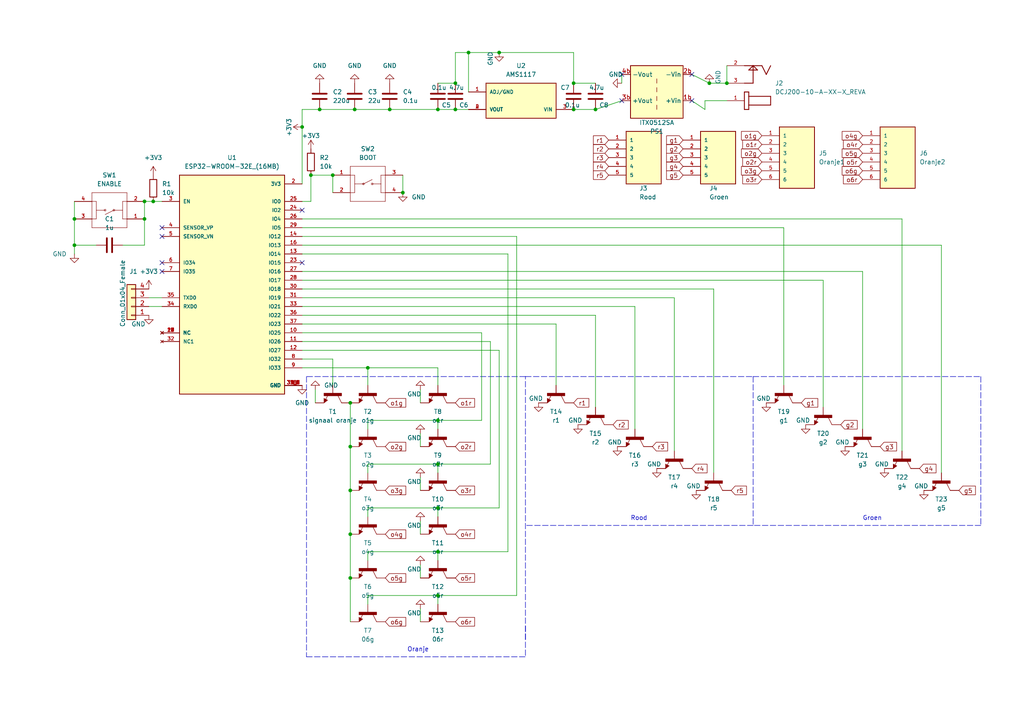
<source format=kicad_sch>
(kicad_sch (version 20211123) (generator eeschema)
  (paper "A4")
  (lib_symbols
    (symbol "1825910-6:1825910-6" (pin_names (offset 1.016) hide)
      (property "Reference" "SW" (at -5.08 5.842 0))
      (property "Value" "1825910-6" (at -5.08 -7.62 0))
      (symbol "1825910-6_0_0"
        (circle (center -1.27 0) (radius 0.254) (stroke (width 0.127)))
        (polyline (pts (xy -5.08 -5.08) (xy 5.08 -5.08)) (stroke (width 0.127)))
        (polyline (pts (xy -5.08 -2.54) (xy -5.08 -5.08)) (stroke (width 0.127)))
        (polyline (pts (xy -5.08 2.54) (xy -5.08 -2.54)) (stroke (width 0.127)))
        (polyline (pts (xy -5.08 2.54) (xy -3.81 2.54)) (stroke (width 0.127)))
        (polyline (pts (xy -5.08 5.08) (xy -5.08 2.54)) (stroke (width 0.127)))
        (polyline (pts (xy -5.08 5.08) (xy 5.08 5.08)) (stroke (width 0.127)))
        (polyline (pts (xy -3.81 -2.54) (xy -5.08 -2.54)) (stroke (width 0.127)))
        (polyline (pts (xy -3.81 0) (xy -3.81 -2.54)) (stroke (width 0.127)))
        (polyline (pts (xy -3.81 0) (xy -1.27 0)) (stroke (width 0.127)))
        (polyline (pts (xy -3.81 2.54) (xy -3.81 0)) (stroke (width 0.127)))
        (polyline (pts (xy -1.27 0) (xy 1.27 1.27)) (stroke (width 0.127)))
        (polyline (pts (xy 1.27 0) (xy 3.81 0)) (stroke (width 0.127)))
        (polyline (pts (xy 3.81 -2.54) (xy 5.08 -2.54)) (stroke (width 0.127)))
        (polyline (pts (xy 3.81 0) (xy 3.81 -2.54)) (stroke (width 0.127)))
        (polyline (pts (xy 3.81 0) (xy 3.81 2.54)) (stroke (width 0.127)))
        (polyline (pts (xy 3.81 2.54) (xy 5.08 2.54)) (stroke (width 0.127)))
        (polyline (pts (xy 5.08 -2.54) (xy 5.08 -5.08)) (stroke (width 0.127)))
        (polyline (pts (xy 5.08 2.54) (xy 5.08 -2.54)) (stroke (width 0.127)))
        (polyline (pts (xy 5.08 5.08) (xy 5.08 2.54)) (stroke (width 0.127)))
        (circle (center 1.27 0) (radius 0.254) (stroke (width 0.127)))
        (pin passive line (at -10.16 2.54 0) (length 5.08) (name "~") (number "1"))
        (pin passive line (at -10.16 -2.54 0) (length 5.08) (name "~") (number "2"))
        (pin passive line (at 10.16 2.54 180) (length 5.08) (name "~") (number "3"))
        (pin passive line (at 10.16 -2.54 180) (length 5.08) (name "~") (number "4"))
      )
    )
    (symbol "282841-5:282841-5" (pin_names (offset 1.016))
      (property "Reference" "J" (at -5.588 7.62 0))
      (property "Value" "282841-5" (at -5.08 -10.16 0))
      (symbol "282841-5_0_0"
        (rectangle (start -5.08 -7.62) (end 5.08 7.62) (stroke (width 0.254)) (fill (type background)))
        (pin passive line (at -10.16 5.08 0) (length 5.08) (name "1") (number "1"))
        (pin passive line (at -10.16 2.54 0) (length 5.08) (name "2") (number "2"))
        (pin passive line (at -10.16 0 0) (length 5.08) (name "3") (number "3"))
        (pin passive line (at -10.16 -2.54 0) (length 5.08) (name "4") (number "4"))
        (pin passive line (at -10.16 -5.08 0) (length 5.08) (name "5") (number "5"))
      )
    )
    (symbol "282841-6:282841-6" (pin_names (offset 1.016))
      (property "Reference" "J" (at -5.588 10.16 0))
      (property "Value" "282841-6" (at -5.08 -10.16 0))
      (symbol "282841-6_0_0"
        (rectangle (start -5.08 -7.62) (end 5.08 10.16) (stroke (width 0.254)) (fill (type background)))
        (pin passive line (at -10.16 7.62 0) (length 5.08) (name "1") (number "1"))
        (pin passive line (at -10.16 5.08 0) (length 5.08) (name "2") (number "2"))
        (pin passive line (at -10.16 2.54 0) (length 5.08) (name "3") (number "3"))
        (pin passive line (at -10.16 0 0) (length 5.08) (name "4") (number "4"))
        (pin passive line (at -10.16 -2.54 0) (length 5.08) (name "5") (number "5"))
        (pin passive line (at -10.16 -5.08 0) (length 5.08) (name "6") (number "6"))
      )
    )
    (symbol "AMS1117:AMS1117" (pin_names (offset 1.016))
      (property "Reference" "U" (at -10.16 5.588 0))
      (property "Value" "AMS1117" (at -10.16 -8.128 0))
      (symbol "AMS1117_0_0"
        (rectangle (start -10.16 -5.08) (end 10.16 5.08) (stroke (width 0.254)) (fill (type background)))
        (pin power_in line (at 15.24 -2.54 180) (length 5.08) (name "ADJ/GND") (number "1"))
        (pin output line (at 15.24 2.54 180) (length 5.08) (name "VOUT") (number "2"))
        (pin input line (at -15.24 2.54 0) (length 5.08) (name "VIN") (number "3"))
        (pin output line (at 15.24 2.54 180) (length 5.08) (name "VOUT") (number "4"))
      )
    )
    (symbol "BC848:BC848" (pin_numbers hide) (pin_names (offset 1.016) hide)
      (property "Reference" "T" (at -10.1854 7.6454 0))
      (property "Value" "BC848" (at -10.16 5.08 0))
      (symbol "BC848_0_0"
        (rectangle (start -0.254 -2.54) (end 0.508 2.54) (fill (type outline)))
        (polyline (pts (xy 1.27 -2.54) (xy 1.778 -1.524)) (stroke (width 0.1524)))
        (polyline (pts (xy 1.524 -2.413) (xy 2.286 -2.413)) (stroke (width 0.254)))
        (polyline (pts (xy 1.524 -2.286) (xy 1.905 -2.286)) (stroke (width 0.254)))
        (polyline (pts (xy 1.5494 -2.032) (xy 0.3048 -1.4224)) (stroke (width 0.1524)))
        (polyline (pts (xy 1.778 -1.778) (xy 1.524 -2.286)) (stroke (width 0.254)))
        (polyline (pts (xy 1.778 -1.524) (xy 2.54 -2.54)) (stroke (width 0.1524)))
        (polyline (pts (xy 1.905 -2.286) (xy 1.778 -2.032)) (stroke (width 0.254)))
        (polyline (pts (xy 2.286 -2.413) (xy 1.778 -1.778)) (stroke (width 0.254)))
        (polyline (pts (xy 2.54 -2.54) (xy 1.27 -2.54)) (stroke (width 0.1524)))
        (polyline (pts (xy 2.54 2.54) (xy 0.508 1.524)) (stroke (width 0.1524)))
        (pin passive line (at -2.54 0 0) (length 2.54) (name "~") (number "1"))
        (pin passive line (at 2.54 -5.08 90) (length 2.54) (name "~") (number "2"))
        (pin passive line (at 2.54 5.08 270) (length 2.54) (name "~") (number "3"))
      )
    )
    (symbol "Connector_Generic:Conn_01x04" (pin_names (offset 1.016) hide)
      (property "Reference" "J" (at 0 5.08 0))
      (property "Value" "Conn_01x04" (at 0 -7.62 0))
      (symbol "Conn_01x04_1_1"
        (rectangle (start -1.27 -4.953) (end 0 -5.207) (stroke (width 0.1524)))
        (rectangle (start -1.27 -2.413) (end 0 -2.667) (stroke (width 0.1524)))
        (rectangle (start -1.27 0.127) (end 0 -0.127) (stroke (width 0.1524)))
        (rectangle (start -1.27 2.667) (end 0 2.413) (stroke (width 0.1524)))
        (rectangle (start -1.27 3.81) (end 1.27 -6.35) (stroke (width 0.254)) (fill (type background)))
        (pin passive line (at -5.08 2.54 0) (length 3.81) (name "Pin_1") (number "1"))
        (pin passive line (at -5.08 0 0) (length 3.81) (name "Pin_2") (number "2"))
        (pin passive line (at -5.08 -2.54 0) (length 3.81) (name "Pin_3") (number "3"))
        (pin passive line (at -5.08 -5.08 0) (length 3.81) (name "Pin_4") (number "4"))
      )
    )
    (symbol "Converter_DCDC:ITX0512SA"
      (property "Reference" "PS1" (at 0 11.43 0))
      (property "Value" "ITX0512SA" (at 0 8.89 0))
      (symbol "ITX0512SA_0_0"
        (pin power_in line (at -10.16 2.54 0) (length 2.54) (name "+Vin") (number "1b"))
        (pin power_in line (at -10.16 -5.08 0) (length 2.54) (name "-Vin") (number "2b"))
        (pin power_out line (at 10.16 2.54 180) (length 2.54) (name "+Vout") (number "3b"))
        (pin power_out line (at 10.16 -5.08 180) (length 2.54) (name "-Vout") (number "4b"))
      )
      (symbol "ITX0512SA_0_1"
        (rectangle (start -7.62 7.62) (end 7.62 -7.62) (stroke (width 0.254)) (fill (type background)))
        (polyline (pts (xy 0 -2.54) (xy 0 -3.81)))
        (polyline (pts (xy 0 0) (xy 0 -1.27)))
        (polyline (pts (xy 0 2.54) (xy 0 1.27)))
        (polyline (pts (xy 0 5.08) (xy 0 3.81)))
      )
    )
    (symbol "DCJ200-10-A-XX-X_REVA:DCJ200-10-A-XX-X_REVA" (pin_names (offset 1.016) hide)
      (property "Reference" "J" (at -5.08 7.62 0))
      (property "Value" "DCJ200-10-A-XX-X_REVA" (at -5.08 -7.62 0))
      (symbol "DCJ200-10-A-XX-X_REVA_0_0"
        (polyline (pts (xy -5.08 3.81) (xy 1.27 3.81)) (stroke (width 0.254)))
        (polyline (pts (xy -5.08 6.35) (xy -5.08 3.81)) (stroke (width 0.254)))
        (polyline (pts (xy -3.81 -2.54) (xy -5.08 -5.08)) (stroke (width 0.254)))
        (polyline (pts (xy -2.54 -5.08) (xy -3.81 -2.54)) (stroke (width 0.254)))
        (polyline (pts (xy -1.27 -3.81) (xy 1.27 -3.81)) (stroke (width 0.254)))
        (polyline (pts (xy 0 -5.08) (xy -2.54 -5.08)) (stroke (width 0.254)))
        (polyline (pts (xy 0 -5.08) (xy -1.27 -3.81)) (stroke (width 0.254)))
        (polyline (pts (xy 0 0) (xy 0 -5.08)) (stroke (width 0.254)))
        (polyline (pts (xy 1.27 -3.81) (xy 0 -5.08)) (stroke (width 0.254)))
        (polyline (pts (xy 1.27 2.54) (xy 2.54 2.54)) (stroke (width 0.254)))
        (polyline (pts (xy 1.27 3.81) (xy 1.27 2.54)) (stroke (width 0.254)))
        (polyline (pts (xy 1.27 6.35) (xy -5.08 6.35)) (stroke (width 0.254)))
        (polyline (pts (xy 1.27 6.35) (xy 1.27 3.81)) (stroke (width 0.254)))
        (polyline (pts (xy 1.27 7.62) (xy 1.27 6.35)) (stroke (width 0.254)))
        (polyline (pts (xy 2.54 -5.08) (xy 0 -5.08)) (stroke (width 0.254)))
        (polyline (pts (xy 2.54 0) (xy 0 0)) (stroke (width 0.254)))
        (polyline (pts (xy 2.54 2.54) (xy 2.54 7.62)) (stroke (width 0.254)))
        (polyline (pts (xy 2.54 7.62) (xy 1.27 7.62)) (stroke (width 0.254)))
        (pin passive line (at 7.62 5.08 180) (length 5.08) (name "~") (number "1"))
        (pin passive line (at 7.62 -5.08 180) (length 5.08) (name "~") (number "2"))
        (pin passive line (at 7.62 0 180) (length 5.08) (name "~") (number "3"))
      )
    )
    (symbol "Device:C" (pin_numbers hide) (pin_names (offset 0.254))
      (property "Reference" "C" (at 0.635 2.54 0))
      (property "Value" "C" (at 0.635 -2.54 0))
      (symbol "C_0_1"
        (polyline (pts (xy -2.032 -0.762) (xy 2.032 -0.762)) (stroke (width 0.508)))
        (polyline (pts (xy -2.032 0.762) (xy 2.032 0.762)) (stroke (width 0.508)))
      )
      (symbol "C_1_1"
        (pin passive line (at 0 3.81 270) (length 2.794) (name "~") (number "1"))
        (pin passive line (at 0 -3.81 90) (length 2.794) (name "~") (number "2"))
      )
    )
    (symbol "Device:R" (pin_numbers hide) (pin_names (offset 0))
      (property "Reference" "R" (at 2.032 0 90))
      (property "Value" "R" (at 0 0 90))
      (symbol "R_0_1"
        (rectangle (start -1.016 -2.54) (end 1.016 2.54) (stroke (width 0.254)))
      )
      (symbol "R_1_1"
        (pin passive line (at 0 3.81 270) (length 1.27) (name "~") (number "1"))
        (pin passive line (at 0 -3.81 90) (length 1.27) (name "~") (number "2"))
      )
    )
    (symbol "ESP32-WROOM-32E__16MB_:ESP32-WROOM-32E_(16MB)" (pin_names (offset 1.016))
      (property "Reference" "U" (at -15.24 33.909 0))
      (property "Value" "ESP32-WROOM-32E_(16MB)" (at -15.24 -33.02 0))
      (symbol "ESP32-WROOM-32E_(16MB)_0_0"
        (rectangle (start -15.24 -30.48) (end 15.24 33.02) (stroke (width 0.254)) (fill (type background)))
        (pin power_in line (at 20.32 -27.94 180) (length 5.08) (name "GND") (number "1"))
        (pin bidirectional line (at 20.32 -12.7 180) (length 5.08) (name "IO25") (number "10"))
        (pin bidirectional line (at 20.32 -15.24 180) (length 5.08) (name "IO26") (number "11"))
        (pin bidirectional line (at 20.32 -17.78 180) (length 5.08) (name "IO27") (number "12"))
        (pin bidirectional line (at 20.32 10.16 180) (length 5.08) (name "IO14") (number "13"))
        (pin bidirectional line (at 20.32 15.24 180) (length 5.08) (name "IO12") (number "14"))
        (pin power_in line (at 20.32 -27.94 180) (length 5.08) (name "GND") (number "15"))
        (pin bidirectional line (at 20.32 12.7 180) (length 5.08) (name "IO13") (number "16"))
        (pin no_connect line (at -20.32 -12.7 0) (length 5.08) (name "NC") (number "17"))
        (pin no_connect line (at -20.32 -12.7 0) (length 5.08) (name "NC") (number "18"))
        (pin no_connect line (at -20.32 -12.7 0) (length 5.08) (name "NC") (number "19"))
        (pin power_in line (at 20.32 30.48 180) (length 5.08) (name "3V3") (number "2"))
        (pin no_connect line (at -20.32 -12.7 0) (length 5.08) (name "NC") (number "20"))
        (pin no_connect line (at -20.32 -12.7 0) (length 5.08) (name "NC") (number "21"))
        (pin no_connect line (at -20.32 -12.7 0) (length 5.08) (name "NC") (number "22"))
        (pin bidirectional line (at 20.32 7.62 180) (length 5.08) (name "IO15") (number "23"))
        (pin bidirectional line (at 20.32 22.86 180) (length 5.08) (name "IO2") (number "24"))
        (pin bidirectional line (at 20.32 25.4 180) (length 5.08) (name "IO0") (number "25"))
        (pin bidirectional line (at 20.32 20.32 180) (length 5.08) (name "IO4") (number "26"))
        (pin bidirectional line (at 20.32 5.08 180) (length 5.08) (name "IO16") (number "27"))
        (pin bidirectional line (at 20.32 2.54 180) (length 5.08) (name "IO17") (number "28"))
        (pin bidirectional line (at 20.32 17.78 180) (length 5.08) (name "IO5") (number "29"))
        (pin input line (at -20.32 25.4 0) (length 5.08) (name "EN") (number "3"))
        (pin bidirectional line (at 20.32 0 180) (length 5.08) (name "IO18") (number "30"))
        (pin bidirectional line (at 20.32 -2.54 180) (length 5.08) (name "IO19") (number "31"))
        (pin no_connect line (at -20.32 -15.24 0) (length 5.08) (name "NC1") (number "32"))
        (pin bidirectional line (at 20.32 -5.08 180) (length 5.08) (name "IO21") (number "33"))
        (pin bidirectional line (at -20.32 -5.08 0) (length 5.08) (name "RXD0") (number "34"))
        (pin bidirectional line (at -20.32 -2.54 0) (length 5.08) (name "TXD0") (number "35"))
        (pin bidirectional line (at 20.32 -7.62 180) (length 5.08) (name "IO22") (number "36"))
        (pin bidirectional line (at 20.32 -10.16 180) (length 5.08) (name "IO23") (number "37"))
        (pin power_in line (at 20.32 -27.94 180) (length 5.08) (name "GND") (number "38"))
        (pin power_in line (at 20.32 -27.94 180) (length 5.08) (name "GND") (number "39_1"))
        (pin power_in line (at 20.32 -27.94 180) (length 5.08) (name "GND") (number "39_2"))
        (pin power_in line (at 20.32 -27.94 180) (length 5.08) (name "GND") (number "39_3"))
        (pin power_in line (at 20.32 -27.94 180) (length 5.08) (name "GND") (number "39_4"))
        (pin power_in line (at 20.32 -27.94 180) (length 5.08) (name "GND") (number "39_5"))
        (pin power_in line (at 20.32 -27.94 180) (length 5.08) (name "GND") (number "39_6"))
        (pin power_in line (at 20.32 -27.94 180) (length 5.08) (name "GND") (number "39_7"))
        (pin power_in line (at 20.32 -27.94 180) (length 5.08) (name "GND") (number "39_8"))
        (pin power_in line (at 20.32 -27.94 180) (length 5.08) (name "GND") (number "39_9"))
        (pin input line (at -20.32 17.78 0) (length 5.08) (name "SENSOR_VP") (number "4"))
        (pin input line (at -20.32 15.24 0) (length 5.08) (name "SENSOR_VN") (number "5"))
        (pin input line (at -20.32 7.62 0) (length 5.08) (name "IO34") (number "6"))
        (pin input line (at -20.32 5.08 0) (length 5.08) (name "IO35") (number "7"))
        (pin bidirectional line (at 20.32 -20.32 180) (length 5.08) (name "IO32") (number "8"))
        (pin bidirectional line (at 20.32 -22.86 180) (length 5.08) (name "IO33") (number "9"))
      )
    )
    (symbol "power:+3V3" (power) (pin_names (offset 0))
      (property "Value" "+3V3" (at 0 3.556 0))
      (symbol "+3V3_0_1"
        (polyline (pts (xy -0.762 1.27) (xy 0 2.54)))
        (polyline (pts (xy 0 0) (xy 0 2.54)))
        (polyline (pts (xy 0 2.54) (xy 0.762 1.27)))
      )
      (symbol "+3V3_1_1"
        (pin power_in line (at 0 0 90) (length 0) hide (name "+3V3") (number "1"))
      )
    )
    (symbol "power:GND" (power) (pin_names (offset 0))
      (property "Value" "GND" (at 0 -3.81 0))
      (symbol "GND_0_1"
        (polyline (pts (xy 0 0) (xy 0 -1.27) (xy 1.27 -1.27) (xy 0 -2.54) (xy -1.27 -1.27) (xy 0 -1.27)))
      )
      (symbol "GND_1_1"
        (pin power_in line (at 0 0 270) (length 0) hide (name "GND") (number "1"))
      )
    )
  )
  (junction (at 135.89 15.24))
  (junction (at 96.52 50.8))
  (junction (at 101.6 154.94))
  (junction (at 101.6 167.64))
  (junction (at 132.08 24.13))
  (junction (at 210.82 24.13))
  (junction (at 21.59 63.5))
  (junction (at 166.37 31.75))
  (junction (at 41.91 63.5))
  (junction (at 127 147.32))
  (junction (at 166.37 24.13))
  (junction (at 87.63 36.83))
  (junction (at 102.87 31.75))
  (junction (at 127 121.92))
  (junction (at 90.17 50.8))
  (junction (at 132.08 31.75))
  (junction (at 44.45 58.42))
  (junction (at 127 160.02))
  (junction (at 113.03 31.75))
  (junction (at 101.6 142.24))
  (junction (at 205.74 24.13))
  (junction (at 144.78 15.24))
  (junction (at 127 172.72))
  (junction (at 172.72 31.75))
  (junction (at 101.6 129.54))
  (junction (at 127 134.62))
  (junction (at 116.84 55.88))
  (junction (at 101.6 116.84))
  (junction (at 21.59 71.12))
  (junction (at 127 31.75))
  (junction (at 41.91 58.42))
  (junction (at 92.71 31.75))
  (junction (at 106.68 106.68))
  (no_connect (at 87.63 60.96))
  (no_connect (at 87.63 76.2))
  (no_connect (at 46.99 66.04))
  (no_connect (at 180.34 29.21))
  (no_connect (at 46.99 68.58))
  (no_connect (at 200.66 29.21))
  (no_connect (at 200.66 21.59))
  (no_connect (at 46.99 78.74))
  (no_connect (at 46.99 76.2))
  (no_connect (at 180.34 21.59))
  (wire (pts (xy 180.34 21.59) (xy 180.34 24.13)))
  (polyline (pts (xy 152.4 181.61) (xy 152.4 190.5)))
  (wire (pts (xy 139.7 96.52) (xy 139.7 121.92)))
  (wire (pts (xy 87.63 31.75) (xy 87.63 36.83)))
  (wire (pts (xy 101.6 142.24) (xy 101.6 154.94)))
  (polyline (pts (xy 152.4 185.42) (xy 152.4 109.22)))
  (wire (pts (xy 41.91 71.12) (xy 41.91 63.5)))
  (wire (pts (xy 238.76 81.28) (xy 87.63 81.28)))
  (wire (pts (xy 227.33 111.76) (xy 227.33 66.04)))
  (wire (pts (xy 116.84 50.8) (xy 116.84 55.88)))
  (wire (pts (xy 101.6 129.54) (xy 101.6 142.24)))
  (wire (pts (xy 43.18 86.36) (xy 46.99 86.36)))
  (wire (pts (xy 273.05 137.16) (xy 273.05 71.12)))
  (wire (pts (xy 127 147.32) (xy 144.78 147.32)))
  (wire (pts (xy 121.92 151.13) (xy 121.92 154.94)))
  (wire (pts (xy 127 111.76) (xy 127 106.68)))
  (polyline (pts (xy 284.48 152.4) (xy 218.44 152.4)))
  (wire (pts (xy 106.68 106.68) (xy 87.63 106.68)))
  (wire (pts (xy 261.62 63.5) (xy 87.63 63.5)))
  (wire (pts (xy 127 31.75) (xy 132.08 31.75)))
  (wire (pts (xy 106.68 149.86) (xy 106.68 147.32)))
  (wire (pts (xy 204.47 29.21) (xy 204.47 31.75)))
  (wire (pts (xy 121.92 138.43) (xy 121.92 142.24)))
  (wire (pts (xy 166.37 24.13) (xy 172.72 24.13)))
  (wire (pts (xy 121.92 163.83) (xy 121.92 167.64)))
  (wire (pts (xy 135.89 15.24) (xy 135.89 26.67)))
  (wire (pts (xy 261.62 130.81) (xy 261.62 63.5)))
  (wire (pts (xy 106.68 175.26) (xy 106.68 172.72)))
  (wire (pts (xy 144.78 101.6) (xy 144.78 147.32)))
  (wire (pts (xy 166.37 15.24) (xy 144.78 15.24)))
  (wire (pts (xy 127 121.92) (xy 139.7 121.92)))
  (wire (pts (xy 113.03 31.75) (xy 127 31.75)))
  (wire (pts (xy 91.44 113.03) (xy 91.44 116.84)))
  (wire (pts (xy 161.29 93.98) (xy 161.29 111.76)))
  (wire (pts (xy 106.68 162.56) (xy 106.68 160.02)))
  (wire (pts (xy 127 172.72) (xy 127 175.26)))
  (polyline (pts (xy 88.9 109.22) (xy 88.9 190.5)))
  (wire (pts (xy 227.33 66.04) (xy 87.63 66.04)))
  (wire (pts (xy 87.63 93.98) (xy 161.29 93.98)))
  (wire (pts (xy 101.6 116.84) (xy 101.6 129.54)))
  (wire (pts (xy 106.68 124.46) (xy 106.68 121.92)))
  (wire (pts (xy 135.89 15.24) (xy 132.08 15.24)))
  (wire (pts (xy 87.63 99.06) (xy 142.24 99.06)))
  (wire (pts (xy 147.32 73.66) (xy 147.32 160.02)))
  (wire (pts (xy 144.78 15.24) (xy 135.89 15.24)))
  (wire (pts (xy 21.59 71.12) (xy 27.94 71.12)))
  (wire (pts (xy 149.86 68.58) (xy 149.86 172.72)))
  (wire (pts (xy 87.63 101.6) (xy 144.78 101.6)))
  (wire (pts (xy 87.63 96.52) (xy 139.7 96.52)))
  (wire (pts (xy 273.05 71.12) (xy 87.63 71.12)))
  (wire (pts (xy 121.92 176.53) (xy 121.92 180.34)))
  (wire (pts (xy 207.01 137.16) (xy 207.01 83.82)))
  (wire (pts (xy 21.59 63.5) (xy 21.59 71.12)))
  (wire (pts (xy 87.63 31.75) (xy 92.71 31.75)))
  (wire (pts (xy 200.66 29.21) (xy 204.47 31.75)))
  (wire (pts (xy 102.87 31.75) (xy 113.03 31.75)))
  (wire (pts (xy 44.45 58.42) (xy 46.99 58.42)))
  (wire (pts (xy 41.91 58.42) (xy 44.45 58.42)))
  (wire (pts (xy 21.59 71.12) (xy 21.59 73.66)))
  (wire (pts (xy 250.19 78.74) (xy 87.63 78.74)))
  (wire (pts (xy 210.82 19.05) (xy 210.82 24.13)))
  (wire (pts (xy 207.01 83.82) (xy 87.63 83.82)))
  (wire (pts (xy 90.17 50.8) (xy 96.52 50.8)))
  (wire (pts (xy 195.58 130.81) (xy 195.58 86.36)))
  (wire (pts (xy 87.63 73.66) (xy 147.32 73.66)))
  (wire (pts (xy 127 24.13) (xy 132.08 24.13)))
  (wire (pts (xy 87.63 91.44) (xy 172.72 91.44)))
  (wire (pts (xy 127 121.92) (xy 127 124.46)))
  (wire (pts (xy 132.08 31.75) (xy 135.89 31.75)))
  (wire (pts (xy 106.68 137.16) (xy 106.68 134.62)))
  (polyline (pts (xy 152.4 109.22) (xy 218.44 109.22)))
  (wire (pts (xy 90.17 50.8) (xy 90.17 58.42)))
  (polyline (pts (xy 152.4 109.22) (xy 88.9 109.22)))
  (wire (pts (xy 121.92 113.03) (xy 121.92 116.84)))
  (wire (pts (xy 96.52 104.14) (xy 96.52 111.76)))
  (wire (pts (xy 106.68 147.32) (xy 127 147.32)))
  (wire (pts (xy 101.6 167.64) (xy 101.6 180.34)))
  (wire (pts (xy 184.15 88.9) (xy 87.63 88.9)))
  (wire (pts (xy 172.72 91.44) (xy 172.72 118.11)))
  (wire (pts (xy 238.76 118.11) (xy 238.76 81.28)))
  (wire (pts (xy 106.68 121.92) (xy 127 121.92)))
  (wire (pts (xy 106.68 160.02) (xy 127 160.02)))
  (wire (pts (xy 41.91 63.5) (xy 41.91 58.42)))
  (wire (pts (xy 127 106.68) (xy 106.68 106.68)))
  (polyline (pts (xy 284.48 109.22) (xy 284.48 152.4)))
  (wire (pts (xy 90.17 58.42) (xy 87.63 58.42)))
  (wire (pts (xy 106.68 134.62) (xy 127 134.62)))
  (wire (pts (xy 195.58 86.36) (xy 87.63 86.36)))
  (wire (pts (xy 127 134.62) (xy 127 137.16)))
  (wire (pts (xy 87.63 104.14) (xy 96.52 104.14)))
  (wire (pts (xy 121.92 125.73) (xy 121.92 129.54)))
  (wire (pts (xy 87.63 36.83) (xy 87.63 53.34)))
  (wire (pts (xy 21.59 63.5) (xy 21.59 58.42)))
  (wire (pts (xy 142.24 99.06) (xy 142.24 134.62)))
  (wire (pts (xy 101.6 154.94) (xy 101.6 167.64)))
  (wire (pts (xy 172.72 31.75) (xy 166.37 31.75)))
  (wire (pts (xy 43.18 88.9) (xy 46.99 88.9)))
  (wire (pts (xy 132.08 15.24) (xy 132.08 24.13)))
  (wire (pts (xy 127 160.02) (xy 127 162.56)))
  (polyline (pts (xy 218.44 109.22) (xy 218.44 152.4)))
  (polyline (pts (xy 218.44 109.22) (xy 284.48 109.22)))
  (wire (pts (xy 127 147.32) (xy 127 149.86)))
  (wire (pts (xy 35.56 71.12) (xy 41.91 71.12)))
  (wire (pts (xy 180.34 29.21) (xy 172.72 31.75)))
  (wire (pts (xy 106.68 106.68) (xy 106.68 111.76)))
  (wire (pts (xy 96.52 50.8) (xy 96.52 55.88)))
  (wire (pts (xy 127 160.02) (xy 147.32 160.02)))
  (polyline (pts (xy 218.44 152.4) (xy 152.4 152.4)))
  (wire (pts (xy 184.15 124.46) (xy 184.15 88.9)))
  (wire (pts (xy 166.37 24.13) (xy 166.37 15.24)))
  (wire (pts (xy 106.68 172.72) (xy 127 172.72)))
  (wire (pts (xy 87.63 68.58) (xy 149.86 68.58)))
  (wire (pts (xy 204.47 29.21) (xy 210.82 29.21)))
  (wire (pts (xy 127 134.62) (xy 142.24 134.62)))
  (polyline (pts (xy 88.9 190.5) (xy 152.4 190.5)))
  (wire (pts (xy 200.66 21.59) (xy 205.74 24.13)))
  (wire (pts (xy 149.86 172.72) (xy 127 172.72)))
  (wire (pts (xy 92.71 31.75) (xy 102.87 31.75)))
  (wire (pts (xy 250.19 124.46) (xy 250.19 78.74)))
  (wire (pts (xy 205.74 24.13) (xy 210.82 24.13)))
  (text "Oranje" (at 118.11 189.23 0) (effects (font (size 1.27 1.27)) (justify left bottom)))
  (text "Groen" (at 250.19 151.13 0) (effects (font (size 1.27 1.27)) (justify left bottom)))
  (text "Rood" (at 182.88 151.13 0) (effects (font (size 1.27 1.27)) (justify left bottom)))
  (global_label "g2" (shape input) (at 198.12 43.18 180) (property "Intersheet References" "${INTERSHEET_REFS}" (effects hide)))
  (global_label "r1" (shape input) (at 166.37 116.84 0) (property "Intersheet References" "${INTERSHEET_REFS}" (effects hide)))
  (global_label "o5g" (shape input) (at 111.76 167.64 0) (property "Intersheet References" "${INTERSHEET_REFS}" (effects hide)))
  (global_label "o3r" (shape input) (at 132.08 142.24 0) (property "Intersheet References" "${INTERSHEET_REFS}" (effects hide)))
  (global_label "o2r" (shape input) (at 132.08 129.54 0) (property "Intersheet References" "${INTERSHEET_REFS}" (effects hide)))
  (global_label "g4" (shape input) (at 266.7 135.89 0) (property "Intersheet References" "${INTERSHEET_REFS}" (effects hide)))
  (global_label "o1r" (shape input) (at 220.98 41.91 180) (property "Intersheet References" "${INTERSHEET_REFS}" (effects hide)))
  (global_label "r5" (shape input) (at 176.53 50.8 180) (property "Intersheet References" "${INTERSHEET_REFS}" (effects hide)))
  (global_label "o4g" (shape input) (at 111.76 154.94 0) (property "Intersheet References" "${INTERSHEET_REFS}" (effects hide)))
  (global_label "g5" (shape input) (at 198.12 50.8 180) (property "Intersheet References" "${INTERSHEET_REFS}" (effects hide)))
  (global_label "g1" (shape input) (at 232.41 116.84 0) (property "Intersheet References" "${INTERSHEET_REFS}" (effects hide)))
  (global_label "o2r" (shape input) (at 220.98 46.99 180) (property "Intersheet References" "${INTERSHEET_REFS}" (effects hide)))
  (global_label "o2g" (shape input) (at 111.76 129.54 0) (property "Intersheet References" "${INTERSHEET_REFS}" (effects hide)))
  (global_label "o6g" (shape input) (at 111.76 180.34 0) (property "Intersheet References" "${INTERSHEET_REFS}" (effects hide)))
  (global_label "o3r" (shape input) (at 220.98 52.07 180) (property "Intersheet References" "${INTERSHEET_REFS}" (effects hide)))
  (global_label "o5r" (shape input) (at 250.19 46.99 180) (property "Intersheet References" "${INTERSHEET_REFS}" (effects hide)))
  (global_label "o6r" (shape input) (at 250.19 52.07 180) (property "Intersheet References" "${INTERSHEET_REFS}" (effects hide)))
  (global_label "o5r" (shape input) (at 132.08 167.64 0) (property "Intersheet References" "${INTERSHEET_REFS}" (effects hide)))
  (global_label "g4" (shape input) (at 198.12 48.26 180) (property "Intersheet References" "${INTERSHEET_REFS}" (effects hide)))
  (global_label "o2g" (shape input) (at 220.98 44.45 180) (property "Intersheet References" "${INTERSHEET_REFS}" (effects hide)))
  (global_label "g3" (shape input) (at 255.27 129.54 0) (property "Intersheet References" "${INTERSHEET_REFS}" (effects hide)))
  (global_label "r1" (shape input) (at 176.53 40.64 180) (property "Intersheet References" "${INTERSHEET_REFS}" (effects hide)))
  (global_label "r4" (shape input) (at 200.66 135.89 0) (property "Intersheet References" "${INTERSHEET_REFS}" (effects hide)))
  (global_label "g3" (shape input) (at 198.12 45.72 180) (property "Intersheet References" "${INTERSHEET_REFS}" (effects hide)))
  (global_label "o4g" (shape input) (at 250.19 39.37 180) (property "Intersheet References" "${INTERSHEET_REFS}" (effects hide)))
  (global_label "o4r" (shape input) (at 132.08 154.94 0) (property "Intersheet References" "${INTERSHEET_REFS}" (effects hide)))
  (global_label "r5" (shape input) (at 212.09 142.24 0) (property "Intersheet References" "${INTERSHEET_REFS}" (effects hide)))
  (global_label "o6r" (shape input) (at 132.08 180.34 0) (property "Intersheet References" "${INTERSHEET_REFS}" (effects hide)))
  (global_label "o1r" (shape input) (at 132.08 116.84 0) (property "Intersheet References" "${INTERSHEET_REFS}" (effects hide)))
  (global_label "g2" (shape input) (at 243.84 123.19 0) (property "Intersheet References" "${INTERSHEET_REFS}" (effects hide)))
  (global_label "o3g" (shape input) (at 111.76 142.24 0) (property "Intersheet References" "${INTERSHEET_REFS}" (effects hide)))
  (global_label "o1g" (shape input) (at 111.76 116.84 0) (property "Intersheet References" "${INTERSHEET_REFS}" (effects hide)))
  (global_label "r2" (shape input) (at 176.53 43.18 180) (property "Intersheet References" "${INTERSHEET_REFS}" (effects hide)))
  (global_label "r3" (shape input) (at 176.53 45.72 180) (property "Intersheet References" "${INTERSHEET_REFS}" (effects hide)))
  (global_label "r4" (shape input) (at 176.53 48.26 180) (property "Intersheet References" "${INTERSHEET_REFS}" (effects hide)))
  (global_label "o6g" (shape input) (at 250.19 49.53 180) (property "Intersheet References" "${INTERSHEET_REFS}" (effects hide)))
  (global_label "o5g" (shape input) (at 250.19 44.45 180) (property "Intersheet References" "${INTERSHEET_REFS}" (effects hide)))
  (global_label "r2" (shape input) (at 177.8 123.19 0) (property "Intersheet References" "${INTERSHEET_REFS}" (effects hide)))
  (global_label "r3" (shape input) (at 189.23 129.54 0) (property "Intersheet References" "${INTERSHEET_REFS}" (effects hide)))
  (global_label "o3g" (shape input) (at 220.98 49.53 180) (property "Intersheet References" "${INTERSHEET_REFS}" (effects hide)))
  (global_label "o4r" (shape input) (at 250.19 41.91 180) (property "Intersheet References" "${INTERSHEET_REFS}" (effects hide)))
  (global_label "g1" (shape input) (at 198.12 40.64 180) (property "Intersheet References" "${INTERSHEET_REFS}" (effects hide)))
  (global_label "o1g" (shape input) (at 220.98 39.37 180) (property "Intersheet References" "${INTERSHEET_REFS}" (effects hide)))
  (global_label "g5" (shape input) (at 278.13 142.24 0) (property "Intersheet References" "${INTERSHEET_REFS}" (effects hide)))
  (symbol (lib_id "power:GND") (at 121.92 151.13 180) (unit 1)
    (property "Reference" "#PWR0111" (effects hide))
    (property "Value" "GND" (at 118.11 152.4 0) (effects (justify right)))
  )
  (symbol (lib_id "power:GND") (at 222.25 116.84 0) (unit 1)
    (property "Reference" "#PWR0121" (effects hide))
    (property "Value" "GND" (at 223.52 115.57 0) (effects (justify right)))
  )
  (symbol (lib_id "BC848:BC848") (at 127 114.3 270) (unit 1)
    (property "Reference" "T8" (at 127 119.38 90))
    (property "Value" "o1r" (at 127 121.92 90))
    (property "Footprint" "libraries:SOT23" (effects hide))
  )
  (symbol (lib_id "power:GND") (at 267.97 142.24 0) (unit 1)
    (property "Reference" "#PWR0116" (effects hide))
    (property "Value" "GND" (at 269.24 140.97 0) (effects (justify right)))
  )
  (symbol (lib_id "power:GND") (at 121.92 176.53 180) (unit 1)
    (property "Reference" "#PWR0114" (effects hide))
    (property "Value" "GND" (at 118.11 177.8 0) (effects (justify right)))
  )
  (symbol (lib_id "BC848:BC848") (at 127 177.8 270) (unit 1)
    (property "Reference" "T13" (at 127 182.88 90))
    (property "Value" "06r" (at 127 185.42 90))
    (property "Footprint" "libraries:SOT23" (effects hide))
  )
  (symbol (lib_id "power:GND") (at 233.68 123.19 0) (unit 1)
    (property "Reference" "#PWR0120" (effects hide))
    (property "Value" "GND" (at 234.95 121.92 0) (effects (justify right)))
  )
  (symbol (lib_id "power:+3V3") (at 44.45 50.8 0) (unit 1)
    (property "Reference" "#PWR0129" (effects hide))
    (property "Value" "+3V3" (at 44.45 45.72 0))
  )
  (symbol (lib_id "DCJ200-10-A-XX-X_REVA:DCJ200-10-A-XX-X_REVA") (at 218.44 24.13 180) (unit 1)
    (property "Reference" "J2" (at 224.79 24.1299 0) (effects (justify right)))
    (property "Value" "DCJ200-10-A-XX-X_REVA" (at 224.79 26.6699 0) (effects (justify right)))
    (property "Footprint" "libraries:GCT_DCJ200-10-A-XX-X_REVA" (effects hide))
    (property "MANUFACTURER" "GCT" (effects hide))
  )
  (symbol (lib_id "power:GND") (at 156.21 116.84 0) (unit 1)
    (property "Reference" "#PWR0125" (effects hide))
    (property "Value" "GND" (at 157.48 115.57 0) (effects (justify right)))
  )
  (symbol (lib_id "BC848:BC848") (at 238.76 120.65 270) (unit 1)
    (property "Reference" "T20" (at 238.76 125.73 90))
    (property "Value" "g2" (at 238.76 128.27 90))
    (property "Footprint" "libraries:SOT23" (effects hide))
  )
  (symbol (lib_id "power:GND") (at 102.87 24.13 180) (unit 1)
    (property "Reference" "#PWR0101" (effects hide))
    (property "Value" "GND" (at 102.87 19.05 0))
  )
  (symbol (lib_id "power:GND") (at 205.74 24.13 180) (unit 1)
    (property "Reference" "#PWR0131" (effects hide))
    (property "Value" "GND" (at 208.28 20.32 90) (effects (justify left)))
  )
  (symbol (lib_id "282841-6:282841-6") (at 260.35 46.99 0) (unit 1)
    (property "Reference" "J6" (at 266.7 44.4499 0) (effects (justify left)))
    (property "Value" "Oranje2" (at 266.7 46.9899 0) (effects (justify left)))
    (property "Footprint" "libraries:TE_282841-6" (effects hide))
    (property "Comment" "282841-6" (effects hide))
    (property "EU_RoHS_Compliance" "Compliant with Exemptions" (effects hide))
  )
  (symbol (lib_id "power:GND") (at 87.63 111.76 0) (unit 1)
    (property "Reference" "#PWR0105" (effects hide))
    (property "Value" "GND" (at 87.63 116.84 0))
  )
  (symbol (lib_id "BC848:BC848") (at 184.15 127 270) (unit 1)
    (property "Reference" "T16" (at 184.15 132.08 90))
    (property "Value" "r3" (at 184.15 134.62 90))
    (property "Footprint" "libraries:SOT23" (effects hide))
  )
  (symbol (lib_id "ESP32-WROOM-32E__16MB_:ESP32-WROOM-32E_(16MB)") (at 67.31 83.82 0) (unit 1)
    (property "Reference" "U1" (at 67.31 45.72 0))
    (property "Value" "ESP32-WROOM-32E_(16MB)" (at 67.31 48.26 0))
    (property "Footprint" "libraries:XCVR_ESP32-WROOM-32E_(16MB)" (effects hide))
    (property "PARTREV" "1.4" (effects hide))
    (property "STANDARD" "Manufacturer Recommendations" (effects hide))
    (property "MAXIMUM_PACKAGE_HEIGHT" "3.25mm" (effects hide))
    (property "MANUFACTURER" "Espressif Systems" (effects hide))
  )
  (symbol (lib_id "BC848:BC848") (at 172.72 120.65 270) (unit 1)
    (property "Reference" "T15" (at 172.72 125.73 90))
    (property "Value" "r2" (at 172.72 128.27 90))
    (property "Footprint" "libraries:SOT23" (effects hide))
  )
  (symbol (lib_id "282841-5:282841-5") (at 186.69 45.72 0) (unit 1)
    (property "Reference" "J3" (at 185.42 54.61 0) (effects (justify left)))
    (property "Value" "Rood" (at 185.42 57.15 0) (effects (justify left)))
    (property "Footprint" "libraries:TE_282841-5" (effects hide))
    (property "Comment" "282841-5" (effects hide))
  )
  (symbol (lib_id "BC848:BC848") (at 106.68 165.1 270) (unit 1)
    (property "Reference" "T6" (at 106.68 170.18 90))
    (property "Value" "o5g" (at 106.68 172.72 90))
    (property "Footprint" "libraries:SOT23" (effects hide))
  )
  (symbol (lib_id "BC848:BC848") (at 273.05 139.7 270) (unit 1)
    (property "Reference" "T23" (at 273.05 144.78 90))
    (property "Value" "g5" (at 273.05 147.32 90))
    (property "Footprint" "libraries:SOT23" (effects hide))
  )
  (symbol (lib_id "BC848:BC848") (at 106.68 139.7 270) (unit 1)
    (property "Reference" "T4" (at 106.68 144.78 90))
    (property "Value" "o3g" (at 106.68 147.32 90))
    (property "Footprint" "libraries:SOT23" (effects hide))
  )
  (symbol (lib_id "1825910-6:1825910-6") (at 31.75 60.96 180) (unit 1)
    (property "Reference" "SW1" (at 31.75 50.8 0))
    (property "Value" "ENABLE" (at 31.75 53.34 0))
    (property "Footprint" "libraries:SW_1825910-6-4" (effects hide))
    (property "Comment" "1825910-6" (effects hide))
  )
  (symbol (lib_id "power:GND") (at 43.18 91.44 0) (unit 1)
    (property "Reference" "#PWR0124" (effects hide))
    (property "Value" "GND" (at 38.1 93.98 0) (effects (justify left)))
  )
  (symbol (lib_id "Device:C") (at 92.71 27.94 180) (unit 1)
    (property "Reference" "C2" (at 96.52 26.6699 0) (effects (justify right)))
    (property "Value" "220u" (at 96.52 29.2099 0) (effects (justify right)))
    (property "Footprint" "libraries:CAP_EEE0JA101WR" (effects hide))
  )
  (symbol (lib_id "BC848:BC848") (at 106.68 177.8 270) (unit 1)
    (property "Reference" "T7" (at 106.68 182.88 90))
    (property "Value" "06g" (at 106.68 185.42 90))
    (property "Footprint" "libraries:SOT23" (effects hide))
  )
  (symbol (lib_id "1825910-6:1825910-6") (at 106.68 53.34 0) (unit 1)
    (property "Reference" "SW2" (at 106.68 43.18 0))
    (property "Value" "BOOT" (at 106.68 45.72 0))
    (property "Footprint" "libraries:SW_1825910-6-4" (effects hide))
    (property "Comment" "1825910-6" (effects hide))
  )
  (symbol (lib_id "Device:C") (at 172.72 27.94 180) (unit 1)
    (property "Reference" "C8" (at 176.53 30.48 0) (effects (justify left)))
    (property "Value" "4.7u" (at 175.26 25.4 0) (effects (justify left)))
    (property "Footprint" "Capacitor_SMD:C_0805_2012Metric" (effects hide))
  )
  (symbol (lib_id "power:GND") (at 121.92 113.03 180) (unit 1)
    (property "Reference" "#PWR0109" (effects hide))
    (property "Value" "GND" (at 118.11 114.3 0) (effects (justify right)))
  )
  (symbol (lib_id "power:GND") (at 121.92 138.43 180) (unit 1)
    (property "Reference" "#PWR0110" (effects hide))
    (property "Value" "GND" (at 118.11 139.7 0) (effects (justify right)))
  )
  (symbol (lib_id "AMS1117:AMS1117") (at 151.13 29.21 180) (unit 1)
    (property "Reference" "U2" (at 151.13 19.05 0))
    (property "Value" "AMS1117" (at 151.13 21.59 0))
    (property "Footprint" "libraries:SOT229P700X180-4N" (effects hide))
    (property "MANUFACTURER" "AMS" (effects hide))
    (property "MAXIMUM_PACKAGE_HEIGHT" "1.8mm" (effects hide))
    (property "PARTREV" "N/A" (effects hide))
    (property "STANDARD" "IPC-7351B" (effects hide))
  )
  (symbol (lib_id "282841-6:282841-6") (at 231.14 46.99 0) (unit 1)
    (property "Reference" "J5" (at 237.49 44.4499 0) (effects (justify left)))
    (property "Value" "Oranje1" (at 237.49 46.9899 0) (effects (justify left)))
    (property "Footprint" "libraries:TE_282841-6" (effects hide))
    (property "Comment" "282841-6" (effects hide))
    (property "EU_RoHS_Compliance" "Compliant with Exemptions" (effects hide))
  )
  (symbol (lib_id "power:GND") (at 167.64 123.19 0) (unit 1)
    (property "Reference" "#PWR0126" (effects hide))
    (property "Value" "GND" (at 168.91 121.92 0) (effects (justify right)))
  )
  (symbol (lib_id "power:GND") (at 21.59 73.66 0) (unit 1)
    (property "Reference" "#PWR0128" (effects hide))
    (property "Value" "GND" (at 15.24 73.66 0) (effects (justify left)))
  )
  (symbol (lib_id "power:GND") (at 256.54 135.89 0) (unit 1)
    (property "Reference" "#PWR0115" (effects hide))
    (property "Value" "GND" (at 257.81 134.62 0) (effects (justify right)))
  )
  (symbol (lib_id "Device:C") (at 102.87 27.94 180) (unit 1)
    (property "Reference" "C3" (at 106.68 26.6699 0) (effects (justify right)))
    (property "Value" "22u" (at 106.68 29.2099 0) (effects (justify right)))
    (property "Footprint" "Capacitor_SMD:C_0805_2012Metric" (effects hide))
  )
  (symbol (lib_id "Connector_Generic:Conn_01x04") (at 38.1 88.9 180) (unit 1)
    (property "Reference" "J1" (at 38.735 78.74 0))
    (property "Value" "Conn_01x04_Female" (at 35.56 85.09 90))
    (property "Footprint" "Connector_PinHeader_2.54mm:PinHeader_1x04_P2.54mm_Vertical" (effects hide))
  )
  (symbol (lib_id "282841-5:282841-5") (at 208.28 45.72 0) (unit 1)
    (property "Reference" "J4" (at 205.74 54.61 0) (effects (justify left)))
    (property "Value" "Groen" (at 205.74 57.15 0) (effects (justify left)))
    (property "Footprint" "libraries:TE_282841-5" (effects hide))
    (property "Comment" "282841-5" (effects hide))
  )
  (symbol (lib_id "power:+3V3") (at 90.17 43.18 0) (unit 1)
    (property "Reference" "#PWR0106" (effects hide))
    (property "Value" "+3V3" (at 90.17 39.37 0))
  )
  (symbol (lib_id "Device:C") (at 166.37 27.94 0) (unit 1)
    (property "Reference" "C7" (at 162.56 25.4 0) (effects (justify left)))
    (property "Value" "0.1u" (at 163.83 30.48 0) (effects (justify left)))
    (property "Footprint" "Capacitor_SMD:C_0805_2012Metric" (effects hide))
  )
  (symbol (lib_id "BC848:BC848") (at 106.68 127 270) (unit 1)
    (property "Reference" "T3" (at 106.68 132.08 90))
    (property "Value" "o2g" (at 106.68 134.62 90))
    (property "Footprint" "libraries:SOT23" (effects hide))
  )
  (symbol (lib_id "BC848:BC848") (at 227.33 114.3 270) (unit 1)
    (property "Reference" "T19" (at 227.33 119.38 90))
    (property "Value" "g1" (at 227.33 121.92 90))
    (property "Footprint" "libraries:SOT23" (effects hide))
  )
  (symbol (lib_id "Device:C") (at 127 27.94 180) (unit 1)
    (property "Reference" "C5" (at 130.81 30.48 0) (effects (justify left)))
    (property "Value" "0.1u" (at 129.54 25.4 0) (effects (justify left)))
    (property "Footprint" "Capacitor_SMD:C_0805_2012Metric" (effects hide))
  )
  (symbol (lib_id "power:+3V3") (at 87.63 36.83 90) (unit 1)
    (property "Reference" "#PWR0122" (effects hide))
    (property "Value" "+3V3" (at 83.82 34.29 0) (effects (justify right)))
  )
  (symbol (lib_id "power:GND") (at 121.92 163.83 180) (unit 1)
    (property "Reference" "#PWR0113" (effects hide))
    (property "Value" "GND" (at 118.11 165.1 0) (effects (justify right)))
  )
  (symbol (lib_id "BC848:BC848") (at 207.01 139.7 270) (unit 1)
    (property "Reference" "T18" (at 207.01 144.78 90))
    (property "Value" "r5" (at 207.01 147.32 90))
    (property "Footprint" "libraries:SOT23" (effects hide))
  )
  (symbol (lib_id "power:+3V3") (at 43.18 83.82 0) (unit 1)
    (property "Reference" "#PWR0123" (effects hide))
    (property "Value" "+3V3" (at 43.18 78.74 0))
  )
  (symbol (lib_id "power:GND") (at 245.11 129.54 0) (unit 1)
    (property "Reference" "#PWR0117" (effects hide))
    (property "Value" "GND" (at 246.38 128.27 0) (effects (justify right)))
  )
  (symbol (lib_id "Device:C") (at 31.75 71.12 90) (unit 1)
    (property "Reference" "C1" (at 31.75 63.5 90))
    (property "Value" "1u" (at 31.75 66.04 90))
    (property "Footprint" "Capacitor_SMD:C_0805_2012Metric" (effects hide))
  )
  (symbol (lib_id "power:GND") (at 190.5 135.89 0) (unit 1)
    (property "Reference" "#PWR0118" (effects hide))
    (property "Value" "GND" (at 191.77 134.62 0) (effects (justify right)))
  )
  (symbol (lib_id "power:GND") (at 201.93 142.24 0) (unit 1)
    (property "Reference" "#PWR0127" (effects hide))
    (property "Value" "GND" (at 203.2 140.97 0) (effects (justify right)))
  )
  (symbol (lib_id "Device:R") (at 44.45 54.61 0) (unit 1)
    (property "Reference" "R1" (at 46.99 53.3399 0) (effects (justify left)))
    (property "Value" "10k" (at 46.99 55.8799 0) (effects (justify left)))
    (property "Footprint" "Resistor_SMD:R_0805_2012Metric" (effects hide))
  )
  (symbol (lib_id "BC848:BC848") (at 127 127 270) (unit 1)
    (property "Reference" "T9" (at 127 132.08 90))
    (property "Value" "o2r" (at 127 134.62 90))
    (property "Footprint" "libraries:SOT23" (effects hide))
  )
  (symbol (lib_id "BC848:BC848") (at 127 165.1 270) (unit 1)
    (property "Reference" "T12" (at 127 170.18 90))
    (property "Value" "o5r" (at 127 172.72 90))
    (property "Footprint" "libraries:SOT23" (effects hide))
  )
  (symbol (lib_id "Converter_DCDC:ITX0512SA") (at 190.5 26.67 180) (unit 1)
    (property "Reference" "PS1" (at 190.5 38.1 0))
    (property "Value" "ITX0512SA" (at 190.5 35.56 0))
    (property "Footprint" "libraries:Buck Converter" (effects hide))
  )
  (symbol (lib_id "power:GND") (at 113.03 24.13 180) (unit 1)
    (property "Reference" "#PWR0102" (effects hide))
    (property "Value" "GND" (at 113.03 19.05 0))
  )
  (symbol (lib_id "power:GND") (at 91.44 113.03 180) (unit 1)
    (property "Reference" "#PWR0108" (effects hide))
    (property "Value" "GND" (at 93.98 111.7599 0) (effects (justify right)))
  )
  (symbol (lib_id "Device:R") (at 90.17 46.99 0) (unit 1)
    (property "Reference" "R2" (at 92.71 45.7199 0) (effects (justify left)))
    (property "Value" "10k" (at 92.71 48.2599 0) (effects (justify left)))
    (property "Footprint" "Resistor_SMD:R_0805_2012Metric" (effects hide))
  )
  (symbol (lib_id "Device:C") (at 132.08 27.94 180) (unit 1)
    (property "Reference" "C6" (at 135.89 30.48 0) (effects (justify left)))
    (property "Value" "4.7u" (at 134.62 25.4 0) (effects (justify left)))
    (property "Footprint" "Capacitor_SMD:C_0805_2012Metric" (effects hide))
  )
  (symbol (lib_id "BC848:BC848") (at 195.58 133.35 270) (unit 1)
    (property "Reference" "T17" (at 195.58 138.43 90))
    (property "Value" "r4" (at 195.58 140.97 90))
    (property "Footprint" "libraries:SOT23" (effects hide))
  )
  (symbol (lib_id "power:GND") (at 179.07 129.54 0) (unit 1)
    (property "Reference" "#PWR0119" (effects hide))
    (property "Value" "GND" (at 180.34 128.27 0) (effects (justify right)))
  )
  (symbol (lib_id "power:GND") (at 144.78 15.24 0) (unit 1)
    (property "Reference" "#PWR0130" (effects hide))
    (property "Value" "GND" (at 142.24 19.05 90) (effects (justify left)))
  )
  (symbol (lib_id "BC848:BC848") (at 96.52 114.3 270) (unit 1)
    (property "Reference" "T1" (at 96.52 119.38 90))
    (property "Value" "signaal oranje" (at 96.52 121.92 90))
    (property "Footprint" "libraries:SOT23" (effects hide))
  )
  (symbol (lib_id "power:GND") (at 92.71 24.13 180) (unit 1)
    (property "Reference" "#PWR0104" (effects hide))
    (property "Value" "GND" (at 92.71 19.05 0))
  )
  (symbol (lib_id "BC848:BC848") (at 106.68 152.4 270) (unit 1)
    (property "Reference" "T5" (at 106.68 157.48 90))
    (property "Value" "o4g" (at 106.68 160.02 90))
    (property "Footprint" "libraries:SOT23" (effects hide))
  )
  (symbol (lib_id "power:GND") (at 121.92 125.73 180) (unit 1)
    (property "Reference" "#PWR0112" (effects hide))
    (property "Value" "GND" (at 118.11 127 0) (effects (justify right)))
  )
  (symbol (lib_id "power:GND") (at 180.34 24.13 270) (unit 1)
    (property "Reference" "#PWR0107" (effects hide))
    (property "Value" "GND" (at 176.53 21.59 90) (effects (justify left)))
  )
  (symbol (lib_id "power:GND") (at 116.84 55.88 0) (unit 1)
    (property "Reference" "#PWR0103" (effects hide))
    (property "Value" "GND" (at 119.38 57.1499 0) (effects (justify left)))
  )
  (symbol (lib_id "BC848:BC848") (at 127 152.4 270) (unit 1)
    (property "Reference" "T11" (at 127 157.48 90))
    (property "Value" "o4r" (at 127 160.02 90))
    (property "Footprint" "libraries:SOT23" (effects hide))
  )
  (symbol (lib_id "BC848:BC848") (at 250.19 127 270) (unit 1)
    (property "Reference" "T21" (at 250.19 132.08 90))
    (property "Value" "g3" (at 250.19 134.62 90))
    (property "Footprint" "libraries:SOT23" (effects hide))
  )
  (symbol (lib_id "Device:C") (at 113.03 27.94 180) (unit 1)
    (property "Reference" "C4" (at 116.84 26.6699 0) (effects (justify right)))
    (property "Value" "0.1u" (at 116.84 29.21 0) (effects (justify right)))
    (property "Footprint" "Capacitor_SMD:C_0805_2012Metric" (effects hide))
  )
  (symbol (lib_id "BC848:BC848") (at 261.62 133.35 270) (unit 1)
    (property "Reference" "T22" (at 261.62 138.43 90))
    (property "Value" "g4" (at 261.62 140.97 90))
    (property "Footprint" "libraries:SOT23" (effects hide))
  )
  (symbol (lib_id "BC848:BC848") (at 161.29 114.3 270) (unit 1)
    (property "Reference" "T14" (at 161.29 119.38 90))
    (property "Value" "r1" (at 161.29 121.92 90))
    (property "Footprint" "libraries:SOT23" (effects hide))
  )
  (symbol (lib_id "BC848:BC848") (at 106.68 114.3 270) (unit 1)
    (property "Reference" "T2" (at 106.68 119.38 90))
    (property "Value" "o1g" (at 106.68 121.92 90))
    (property "Footprint" "libraries:SOT23" (effects hide))
  )
  (symbol (lib_id "BC848:BC848") (at 127 139.7 270) (unit 1)
    (property "Reference" "T10" (at 127 144.78 90))
    (property "Value" "o3r" (at 127 147.32 90))
    (property "Footprint" "libraries:SOT23" (effects hide))
  )
)
</source>
